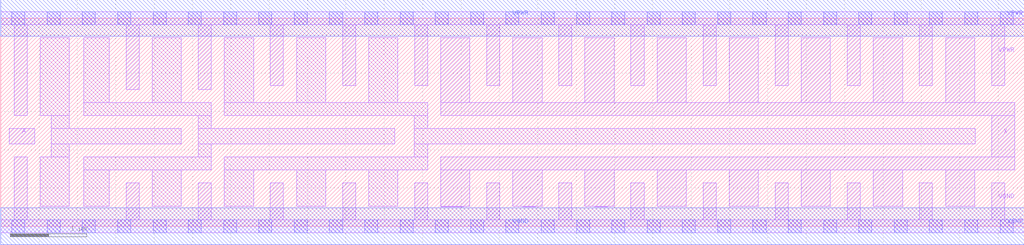
<source format=lef>
# Copyright 2020 The SkyWater PDK Authors
#
# Licensed under the Apache License, Version 2.0 (the "License");
# you may not use this file except in compliance with the License.
# You may obtain a copy of the License at
#
#     https://www.apache.org/licenses/LICENSE-2.0
#
# Unless required by applicable law or agreed to in writing, software
# distributed under the License is distributed on an "AS IS" BASIS,
# WITHOUT WARRANTIES OR CONDITIONS OF ANY KIND, either express or implied.
# See the License for the specific language governing permissions and
# limitations under the License.
#
# SPDX-License-Identifier: Apache-2.0

VERSION 5.7 ;
  NAMESCASESENSITIVE ON ;
  NOWIREEXTENSIONATPIN ON ;
  DIVIDERCHAR "/" ;
  BUSBITCHARS "[]" ;
UNITS
  DATABASE MICRONS 200 ;
END UNITS
PROPERTYDEFINITIONS
  MACRO maskLayoutSubType STRING ;
  MACRO prCellType STRING ;
  MACRO originalViewName STRING ;
END PROPERTYDEFINITIONS
MACRO sky130_fd_sc_hdll__bufbuf_16
  CLASS CORE ;
  FOREIGN sky130_fd_sc_hdll__bufbuf_16 ;
  ORIGIN  0.000000  0.000000 ;
  SIZE  13.34000 BY  2.720000 ;
  SYMMETRY X Y R90 ;
  SITE unithd ;
  PIN A
    ANTENNAGATEAREA  0.277500 ;
    DIRECTION INPUT ;
    USE SIGNAL ;
    PORT
      LAYER li1 ;
        RECT 0.110000 1.075000 0.440000 1.275000 ;
    END
  END A
  PIN VGND
    ANTENNADIFFAREA  2.801500 ;
    DIRECTION INOUT ;
    USE SIGNAL ;
    PORT
      LAYER li1 ;
        RECT  0.000000 -0.085000 13.340000 0.085000 ;
        RECT  0.175000  0.085000  0.345000 0.905000 ;
        RECT  1.635000  0.085000  1.805000 0.565000 ;
        RECT  2.575000  0.085000  2.745000 0.565000 ;
        RECT  3.515000  0.085000  3.685000 0.565000 ;
        RECT  4.455000  0.085000  4.625000 0.565000 ;
        RECT  5.395000  0.085000  5.565000 0.565000 ;
        RECT  6.335000  0.085000  6.505000 0.565000 ;
        RECT  7.275000  0.085000  7.445000 0.565000 ;
        RECT  8.215000  0.085000  8.385000 0.565000 ;
        RECT  9.155000  0.085000  9.325000 0.565000 ;
        RECT 10.095000  0.085000 10.265000 0.565000 ;
        RECT 11.035000  0.085000 11.205000 0.565000 ;
        RECT 11.975000  0.085000 12.145000 0.565000 ;
        RECT 12.915000  0.085000 13.085000 0.565000 ;
      LAYER mcon ;
        RECT  0.145000 -0.085000  0.315000 0.085000 ;
        RECT  0.605000 -0.085000  0.775000 0.085000 ;
        RECT  1.065000 -0.085000  1.235000 0.085000 ;
        RECT  1.525000 -0.085000  1.695000 0.085000 ;
        RECT  1.985000 -0.085000  2.155000 0.085000 ;
        RECT  2.445000 -0.085000  2.615000 0.085000 ;
        RECT  2.905000 -0.085000  3.075000 0.085000 ;
        RECT  3.365000 -0.085000  3.535000 0.085000 ;
        RECT  3.825000 -0.085000  3.995000 0.085000 ;
        RECT  4.285000 -0.085000  4.455000 0.085000 ;
        RECT  4.745000 -0.085000  4.915000 0.085000 ;
        RECT  5.205000 -0.085000  5.375000 0.085000 ;
        RECT  5.665000 -0.085000  5.835000 0.085000 ;
        RECT  6.125000 -0.085000  6.295000 0.085000 ;
        RECT  6.585000 -0.085000  6.755000 0.085000 ;
        RECT  7.045000 -0.085000  7.215000 0.085000 ;
        RECT  7.505000 -0.085000  7.675000 0.085000 ;
        RECT  7.965000 -0.085000  8.135000 0.085000 ;
        RECT  8.425000 -0.085000  8.595000 0.085000 ;
        RECT  8.885000 -0.085000  9.055000 0.085000 ;
        RECT  9.345000 -0.085000  9.515000 0.085000 ;
        RECT  9.805000 -0.085000  9.975000 0.085000 ;
        RECT 10.265000 -0.085000 10.435000 0.085000 ;
        RECT 10.725000 -0.085000 10.895000 0.085000 ;
        RECT 11.185000 -0.085000 11.355000 0.085000 ;
        RECT 11.645000 -0.085000 11.815000 0.085000 ;
        RECT 12.105000 -0.085000 12.275000 0.085000 ;
        RECT 12.565000 -0.085000 12.735000 0.085000 ;
        RECT 13.025000 -0.085000 13.195000 0.085000 ;
      LAYER met1 ;
        RECT 0.000000 -0.240000 13.340000 0.240000 ;
    END
  END VGND
  PIN VPWR
    ANTENNADIFFAREA  4.020000 ;
    DIRECTION INOUT ;
    USE SIGNAL ;
    PORT
      LAYER li1 ;
        RECT  0.000000 2.635000 13.340000 2.805000 ;
        RECT  0.175000 1.445000  0.345000 2.635000 ;
        RECT  1.635000 1.785000  1.805000 2.635000 ;
        RECT  2.575000 1.785000  2.745000 2.635000 ;
        RECT  3.515000 1.835000  3.685000 2.635000 ;
        RECT  4.455000 1.835000  4.625000 2.635000 ;
        RECT  5.395000 1.835000  5.565000 2.635000 ;
        RECT  6.335000 1.835000  6.505000 2.635000 ;
        RECT  7.275000 1.835000  7.445000 2.635000 ;
        RECT  8.215000 1.835000  8.385000 2.635000 ;
        RECT  9.155000 1.835000  9.325000 2.635000 ;
        RECT 10.095000 1.835000 10.265000 2.635000 ;
        RECT 11.035000 1.835000 11.205000 2.635000 ;
        RECT 11.975000 1.835000 12.145000 2.635000 ;
        RECT 12.915000 1.835000 13.085000 2.635000 ;
      LAYER mcon ;
        RECT  0.145000 2.635000  0.315000 2.805000 ;
        RECT  0.605000 2.635000  0.775000 2.805000 ;
        RECT  1.065000 2.635000  1.235000 2.805000 ;
        RECT  1.525000 2.635000  1.695000 2.805000 ;
        RECT  1.985000 2.635000  2.155000 2.805000 ;
        RECT  2.445000 2.635000  2.615000 2.805000 ;
        RECT  2.905000 2.635000  3.075000 2.805000 ;
        RECT  3.365000 2.635000  3.535000 2.805000 ;
        RECT  3.825000 2.635000  3.995000 2.805000 ;
        RECT  4.285000 2.635000  4.455000 2.805000 ;
        RECT  4.745000 2.635000  4.915000 2.805000 ;
        RECT  5.205000 2.635000  5.375000 2.805000 ;
        RECT  5.665000 2.635000  5.835000 2.805000 ;
        RECT  6.125000 2.635000  6.295000 2.805000 ;
        RECT  6.585000 2.635000  6.755000 2.805000 ;
        RECT  7.045000 2.635000  7.215000 2.805000 ;
        RECT  7.505000 2.635000  7.675000 2.805000 ;
        RECT  7.965000 2.635000  8.135000 2.805000 ;
        RECT  8.425000 2.635000  8.595000 2.805000 ;
        RECT  8.885000 2.635000  9.055000 2.805000 ;
        RECT  9.345000 2.635000  9.515000 2.805000 ;
        RECT  9.805000 2.635000  9.975000 2.805000 ;
        RECT 10.265000 2.635000 10.435000 2.805000 ;
        RECT 10.725000 2.635000 10.895000 2.805000 ;
        RECT 11.185000 2.635000 11.355000 2.805000 ;
        RECT 11.645000 2.635000 11.815000 2.805000 ;
        RECT 12.105000 2.635000 12.275000 2.805000 ;
        RECT 12.565000 2.635000 12.735000 2.805000 ;
        RECT 13.025000 2.635000 13.195000 2.805000 ;
      LAYER met1 ;
        RECT 0.000000 2.480000 13.340000 2.960000 ;
    END
  END VPWR
  PIN X
    ANTENNADIFFAREA  4.016500 ;
    DIRECTION OUTPUT ;
    USE SIGNAL ;
    PORT
      LAYER li1 ;
        RECT  5.735000 0.255000  6.035000 0.260000 ;
        RECT  5.735000 0.260000  6.115000 0.735000 ;
        RECT  5.735000 0.735000 13.220000 0.905000 ;
        RECT  5.735000 1.445000 13.220000 1.615000 ;
        RECT  5.735000 1.615000  6.115000 2.465000 ;
        RECT  6.675000 0.260000  7.055000 0.735000 ;
        RECT  6.675000 1.615000  7.055000 2.465000 ;
        RECT  6.805000 0.255000  6.975000 0.260000 ;
        RECT  7.615000 0.260000  7.995000 0.735000 ;
        RECT  7.615000 1.615000  7.995000 2.465000 ;
        RECT  7.745000 0.255000  7.915000 0.260000 ;
        RECT  8.555000 0.260000  8.935000 0.735000 ;
        RECT  8.555000 1.615000  8.935000 2.465000 ;
        RECT  9.495000 0.260000  9.875000 0.735000 ;
        RECT  9.495000 1.615000  9.875000 2.465000 ;
        RECT 10.435000 0.260000 10.815000 0.735000 ;
        RECT 10.435000 1.615000 10.815000 2.465000 ;
        RECT 11.375000 0.260000 11.755000 0.735000 ;
        RECT 11.375000 1.615000 11.755000 2.465000 ;
        RECT 12.315000 0.260000 12.695000 0.735000 ;
        RECT 12.315000 1.615000 12.695000 2.465000 ;
        RECT 12.920000 0.905000 13.220000 1.445000 ;
    END
  END X
  OBS
    LAYER li1 ;
      RECT 0.515000 0.260000  0.895000 0.905000 ;
      RECT 0.515000 1.445000  0.895000 2.465000 ;
      RECT 0.660000 0.905000  0.895000 1.075000 ;
      RECT 0.660000 1.075000  2.355000 1.275000 ;
      RECT 0.660000 1.275000  0.895000 1.445000 ;
      RECT 1.085000 0.260000  1.415000 0.735000 ;
      RECT 1.085000 0.735000  2.745000 0.905000 ;
      RECT 1.085000 1.445000  2.745000 1.615000 ;
      RECT 1.085000 1.615000  1.415000 2.465000 ;
      RECT 1.975000 0.260000  2.355000 0.735000 ;
      RECT 1.975000 1.615000  2.355000 2.465000 ;
      RECT 2.575000 0.905000  2.745000 1.075000 ;
      RECT 2.575000 1.075000  5.135000 1.275000 ;
      RECT 2.575000 1.275000  2.745000 1.445000 ;
      RECT 2.915000 0.260000  3.295000 0.735000 ;
      RECT 2.915000 0.735000  5.565000 0.905000 ;
      RECT 2.915000 1.445000  5.565000 1.615000 ;
      RECT 2.915000 1.615000  3.295000 2.465000 ;
      RECT 3.855000 0.260000  4.235000 0.735000 ;
      RECT 3.855000 1.615000  4.235000 2.465000 ;
      RECT 4.795000 0.260000  5.175000 0.735000 ;
      RECT 4.795000 1.615000  5.175000 2.465000 ;
      RECT 5.390000 0.905000  5.565000 1.075000 ;
      RECT 5.390000 1.075000 12.700000 1.275000 ;
      RECT 5.390000 1.275000  5.565000 1.445000 ;
  END
  PROPERTY maskLayoutSubType "abstract" ;
  PROPERTY prCellType "standard" ;
  PROPERTY originalViewName "layout" ;
END sky130_fd_sc_hdll__bufbuf_16

</source>
